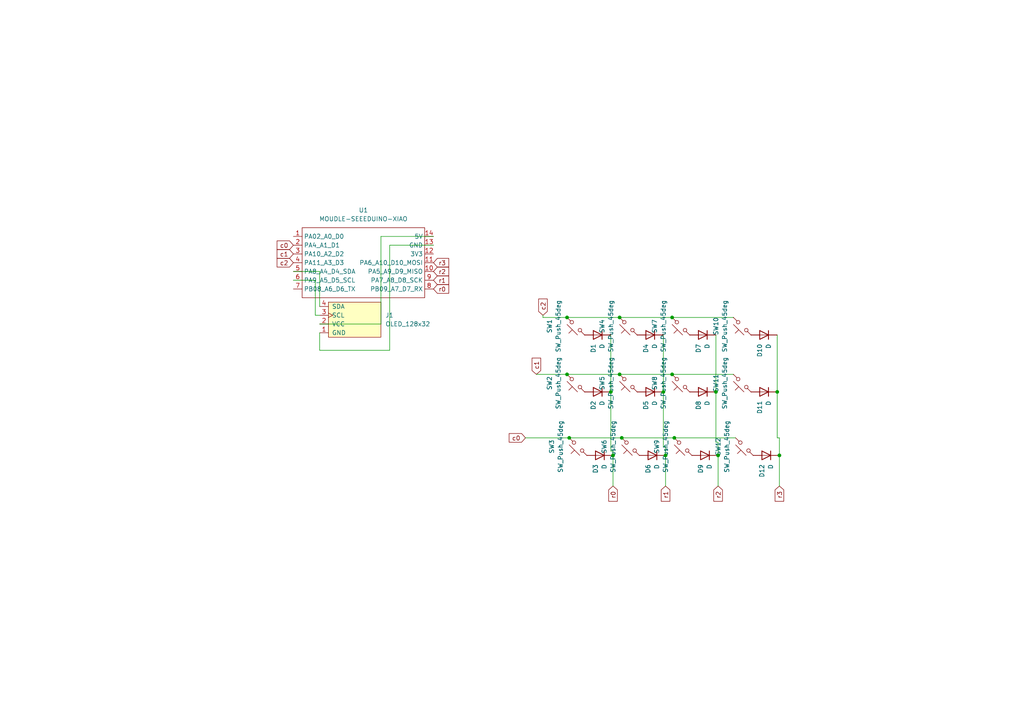
<source format=kicad_sch>
(kicad_sch (version 20231120) (generator "eeschema") (generator_version "8.0")
  (paper "A4")
  (lib_symbols
    (symbol "Device:D" (pin_numbers hide) (pin_names (offset 1.016) hide)
      (property "Reference" "D" (at 0 2.54 0))
      (property "Value" "D" (at 0 -2.54 0))
      (symbol "D_0_1"
        (polyline (pts (xy -1.27 1.27) (xy -1.27 -1.27)) (stroke (width 0.254)))
        (polyline (pts (xy 1.27 0) (xy -1.27 0)))
        (polyline (pts (xy 1.27 1.27) (xy 1.27 -1.27) (xy -1.27 0) (xy 1.27 1.27)) (stroke (width 0.254)))
      )
      (symbol "D_1_1"
        (pin passive line (at -3.81 0 0) (length 2.54) (name "K") (number "1"))
        (pin passive line (at 3.81 0 180) (length 2.54) (name "A") (number "2"))
      )
    )
    (symbol "ScottoKeebs:OLED_128x32" (pin_names (offset 1.016))
      (property "Reference" "J" (at 0 -6.35 0))
      (property "Value" "OLED_128x32" (at 0 6.35 0))
      (symbol "OLED_128x32_0_1"
        (rectangle (start 0 5.08) (end 15.24 -5.08) (fill (type background)))
      )
      (symbol "OLED_128x32_1_1"
        (pin power_in line (at -2.54 -3.81 0) (length 2.54) (name "GND") (number "1"))
        (pin power_in line (at -2.54 -1.27 0) (length 2.54) (name "VCC") (number "2"))
        (pin input clock (at -2.54 1.27 0) (length 2.54) (name "SCL") (number "3"))
        (pin bidirectional line (at -2.54 3.81 0) (length 2.54) (name "SDA") (number "4"))
      )
    )
    (symbol "Switch:SW_Push_45deg" (pin_numbers hide) (pin_names (offset 1.016) hide)
      (property "Reference" "SW" (at 3.048 1.016 0))
      (property "Value" "SW_Push_45deg" (at 0 -3.81 0))
      (symbol "SW_Push_45deg_0_1"
        (circle (center -1.1684 1.1684) (radius 0.508))
        (polyline (pts (xy -0.508 2.54) (xy 2.54 -0.508)))
        (polyline (pts (xy 1.016 1.016) (xy 2.032 2.032)))
        (polyline (pts (xy -2.54 2.54) (xy -1.524 1.524) (xy -1.524 1.524)))
        (polyline (pts (xy 1.524 -1.524) (xy 2.54 -2.54) (xy 2.54 -2.54) (xy 2.54 -2.54)))
        (circle (center 1.143 -1.1938) (radius 0.508))
        (pin passive line (at -2.54 2.54 0) (length 0) (name "1") (number "1"))
        (pin passive line (at 2.54 -2.54 180) (length 0) (name "2") (number "2"))
      )
    )
    (symbol "XIAO_RP2040:MOUDLE-SEEEDUINO-XIAO"
      (property "Reference" "U" (at -16.51 11.43 0))
      (property "Value" "MOUDLE-SEEEDUINO-XIAO" (at -3.81 -11.43 0))
      (symbol "MOUDLE-SEEEDUINO-XIAO_0_1"
        (rectangle (start -16.51 10.16) (end 19.05 -10.16))
      )
      (symbol "MOUDLE-SEEEDUINO-XIAO_1_1"
        (pin passive line (at -19.05 7.62 0) (length 2.54) (name "PA02_A0_D0") (number "1"))
        (pin passive line (at 21.59 -2.54 180) (length 2.54) (name "PA5_A9_D9_MISO") (number "10"))
        (pin passive line (at 21.59 0 180) (length 2.54) (name "PA6_A10_D10_MOSI") (number "11"))
        (pin passive line (at 21.59 2.54 180) (length 2.54) (name "3V3") (number "12"))
        (pin passive line (at 21.59 5.08 180) (length 2.54) (name "GND") (number "13"))
        (pin passive line (at 21.59 7.62 180) (length 2.54) (name "5V") (number "14"))
        (pin passive line (at -19.05 5.08 0) (length 2.54) (name "PA4_A1_D1") (number "2"))
        (pin passive line (at -19.05 2.54 0) (length 2.54) (name "PA10_A2_D2") (number "3"))
        (pin passive line (at -19.05 0 0) (length 2.54) (name "PA11_A3_D3") (number "4"))
        (pin passive line (at -19.05 -2.54 0) (length 2.54) (name "PA8_A4_D4_SDA") (number "5"))
        (pin passive line (at -19.05 -5.08 0) (length 2.54) (name "PA9_A5_D5_SCL") (number "6"))
        (pin passive line (at -19.05 -7.62 0) (length 2.54) (name "PB08_A6_D6_TX") (number "7"))
        (pin passive line (at 21.59 -7.62 180) (length 2.54) (name "PB09_A7_D7_RX") (number "8"))
        (pin passive line (at 21.59 -5.08 180) (length 2.54) (name "PA7_A8_D8_SCK") (number "9"))
      )
    )
  )
  (junction (at 177.165 113.665))
  (junction (at 195.58 127))
  (junction (at 194.945 108.585))
  (junction (at 179.705 108.585))
  (junction (at 207.645 113.665))
  (junction (at 177.8 132.08))
  (junction (at 164.465 108.585))
  (junction (at 192.405 113.665))
  (junction (at 165.1 127))
  (junction (at 164.465 92.075))
  (junction (at 194.945 92.075))
  (junction (at 179.705 92.075))
  (junction (at 226.06 132.08))
  (junction (at 225.425 113.665))
  (junction (at 208.28 132.08))
  (junction (at 193.04 132.08))
  (junction (at 180.34 127))
  (wire (pts (xy 113.03 101.6) (xy 113.03 71.12)))
  (wire (pts (xy 155.575 108.585) (xy 164.465 108.585)))
  (wire (pts (xy 226.06 132.08) (xy 226.06 140.97)))
  (wire (pts (xy 110.49 93.98) (xy 110.49 68.58)))
  (wire (pts (xy 85.09 81.28) (xy 91.44 81.28)))
  (wire (pts (xy 85.09 78.74) (xy 92.71 78.74)))
  (wire (pts (xy 226.06 127) (xy 225.425 127)))
  (wire (pts (xy 177.8 130.81) (xy 177.165 130.81)))
  (wire (pts (xy 208.28 132.08) (xy 208.28 140.97)))
  (wire (pts (xy 177.8 130.81) (xy 177.8 132.08)))
  (wire (pts (xy 192.405 129.54) (xy 192.405 113.665)))
  (wire (pts (xy 157.48 92.075) (xy 164.465 92.075)))
  (wire (pts (xy 113.03 71.12) (xy 125.73 71.12)))
  (wire (pts (xy 180.34 127) (xy 195.58 127)))
  (wire (pts (xy 194.945 92.075) (xy 212.725 92.075)))
  (wire (pts (xy 157.48 91.44) (xy 157.48 92.075)))
  (wire (pts (xy 193.04 129.54) (xy 193.04 132.08)))
  (wire (pts (xy 165.1 127) (xy 180.34 127)))
  (wire (pts (xy 152.4 127) (xy 165.1 127)))
  (wire (pts (xy 207.645 97.155) (xy 207.645 113.665)))
  (wire (pts (xy 193.04 129.54) (xy 192.405 129.54)))
  (wire (pts (xy 92.71 78.74) (xy 92.71 88.9)))
  (wire (pts (xy 177.165 97.155) (xy 177.165 113.665)))
  (wire (pts (xy 92.71 93.98) (xy 110.49 93.98)))
  (wire (pts (xy 208.28 128.27) (xy 207.645 128.27)))
  (wire (pts (xy 226.06 127) (xy 226.06 132.08)))
  (wire (pts (xy 179.705 108.585) (xy 194.945 108.585)))
  (wire (pts (xy 207.645 128.27) (xy 207.645 113.665)))
  (wire (pts (xy 91.44 81.28) (xy 91.44 91.44)))
  (wire (pts (xy 110.49 68.58) (xy 125.73 68.58)))
  (wire (pts (xy 208.28 128.27) (xy 208.28 132.08)))
  (wire (pts (xy 177.8 132.08) (xy 177.8 140.97)))
  (wire (pts (xy 177.165 130.81) (xy 177.165 113.665)))
  (wire (pts (xy 179.705 92.075) (xy 194.945 92.075)))
  (wire (pts (xy 225.425 127) (xy 225.425 113.665)))
  (wire (pts (xy 225.425 97.155) (xy 225.425 113.665)))
  (wire (pts (xy 164.465 108.585) (xy 179.705 108.585)))
  (wire (pts (xy 91.44 91.44) (xy 92.71 91.44)))
  (wire (pts (xy 192.405 97.155) (xy 192.405 113.665)))
  (wire (pts (xy 92.71 101.6) (xy 113.03 101.6)))
  (wire (pts (xy 164.465 92.075) (xy 179.705 92.075)))
  (wire (pts (xy 193.04 132.08) (xy 193.04 140.97)))
  (wire (pts (xy 195.58 127) (xy 213.36 127)))
  (wire (pts (xy 194.945 108.585) (xy 212.725 108.585)))
  (wire (pts (xy 92.71 96.52) (xy 92.71 101.6)))
  (global_label "c2" (shape input) (at 85.09 76.2 180) (property "Intersheetrefs" "${INTERSHEET_REFS}" (effects (hide yes))))
  (global_label "c0" (shape input) (at 85.09 71.12 180) (property "Intersheetrefs" "${INTERSHEET_REFS}" (effects (hide yes))))
  (global_label "r3" (shape input) (at 125.73 76.2 0) (property "Intersheetrefs" "${INTERSHEET_REFS}" (effects (hide yes))))
  (global_label "r1" (shape input) (at 125.73 81.28 0) (property "Intersheetrefs" "${INTERSHEET_REFS}" (effects (hide yes))))
  (global_label "r0" (shape input) (at 125.73 83.82 0) (property "Intersheetrefs" "${INTERSHEET_REFS}" (effects (hide yes))))
  (global_label "c1" (shape input) (at 85.09 73.66 180) (property "Intersheetrefs" "${INTERSHEET_REFS}" (effects (hide yes))))
  (global_label "r0" (shape input) (at 177.8 140.97 270) (property "Intersheetrefs" "${INTERSHEET_REFS}" (effects (hide yes))))
  (global_label "c1" (shape input) (at 155.575 108.585 90) (property "Intersheetrefs" "${INTERSHEET_REFS}" (effects (hide yes))))
  (global_label "r1" (shape input) (at 193.04 140.97 270) (property "Intersheetrefs" "${INTERSHEET_REFS}" (effects (hide yes))))
  (global_label "r2" (shape input) (at 208.28 140.97 270) (property "Intersheetrefs" "${INTERSHEET_REFS}" (effects (hide yes))))
  (global_label "c0" (shape input) (at 152.4 127 180) (property "Intersheetrefs" "${INTERSHEET_REFS}" (effects (hide yes))))
  (global_label "r2" (shape input) (at 125.73 78.74 0) (property "Intersheetrefs" "${INTERSHEET_REFS}" (effects (hide yes))))
  (global_label "r3" (shape input) (at 226.06 140.97 270) (property "Intersheetrefs" "${INTERSHEET_REFS}" (effects (hide yes))))
  (global_label "c2" (shape input) (at 157.48 91.44 90) (property "Intersheetrefs" "${INTERSHEET_REFS}" (effects (hide yes))))
  (symbol (lib_id "Device:D") (at 221.615 97.155 0) (mirror y) (unit 1)
    (property "Reference" "D10" (at 220.3449 99.695 90) (effects (justify right)))
    (property "Value" "D" (at 222.8849 99.695 90) (effects (justify right)))
    (property "Footprint" "footprintsS:Diode_DO-35" (effects (hide yes)))
    (property "Description" "Diode" (effects (hide yes)))
    (property "Sim.Device" "D" (effects (hide yes)))
    (property "Sim.Pins" "1=K 2=A" (effects (hide yes)))
  )
  (symbol (lib_id "Device:D") (at 204.47 132.08 0) (mirror y) (unit 1)
    (property "Reference" "D9" (at 203.1999 134.62 90) (effects (justify right)))
    (property "Value" "D" (at 205.7399 134.62 90) (effects (justify right)))
    (property "Footprint" "footprintsS:Diode_DO-35" (effects (hide yes)))
    (property "Description" "Diode" (effects (hide yes)))
    (property "Sim.Device" "D" (effects (hide yes)))
    (property "Sim.Pins" "1=K 2=A" (effects (hide yes)))
  )
  (symbol (lib_id "Switch:SW_Push_45deg") (at 198.12 129.54 90) (mirror x) (unit 1)
    (property "Reference" "SW9" (at 190.5 129.54 0))
    (property "Value" "SW_Push_45deg" (at 193.04 129.54 0))
    (property "Footprint" "Button_Switch_Keyboard:SW_Cherry_MX_1.00u_PCB" (effects (hide yes)))
    (property "Description" "Push button switch, normally open, two pins, 45° tilted" (effects (hide yes)))
  )
  (symbol (lib_id "Device:D") (at 173.355 113.665 0) (mirror y) (unit 1)
    (property "Reference" "D2" (at 172.0849 116.205 90) (effects (justify right)))
    (property "Value" "D" (at 174.6249 116.205 90) (effects (justify right)))
    (property "Footprint" "footprintsS:Diode_DO-35" (effects (hide yes)))
    (property "Description" "Diode" (effects (hide yes)))
    (property "Sim.Device" "D" (effects (hide yes)))
    (property "Sim.Pins" "1=K 2=A" (effects (hide yes)))
  )
  (symbol (lib_id "Switch:SW_Push_45deg") (at 197.485 111.125 90) (mirror x) (unit 1)
    (property "Reference" "SW8" (at 189.865 111.125 0))
    (property "Value" "SW_Push_45deg" (at 192.405 111.125 0))
    (property "Footprint" "Button_Switch_Keyboard:SW_Cherry_MX_1.00u_PCB" (effects (hide yes)))
    (property "Description" "Push button switch, normally open, two pins, 45° tilted" (effects (hide yes)))
  )
  (symbol (lib_id "Switch:SW_Push_45deg") (at 182.88 129.54 90) (mirror x) (unit 1)
    (property "Reference" "SW6" (at 175.26 129.54 0))
    (property "Value" "SW_Push_45deg" (at 177.8 129.54 0))
    (property "Footprint" "Button_Switch_Keyboard:SW_Cherry_MX_1.00u_PCB" (effects (hide yes)))
    (property "Description" "Push button switch, normally open, two pins, 45° tilted" (effects (hide yes)))
  )
  (symbol (lib_id "Device:D") (at 222.25 132.08 0) (mirror y) (unit 1)
    (property "Reference" "D12" (at 220.9799 134.62 90) (effects (justify right)))
    (property "Value" "D" (at 223.5199 134.62 90) (effects (justify right)))
    (property "Footprint" "footprintsS:Diode_DO-35" (effects (hide yes)))
    (property "Description" "Diode" (effects (hide yes)))
    (property "Sim.Device" "D" (effects (hide yes)))
    (property "Sim.Pins" "1=K 2=A" (effects (hide yes)))
  )
  (symbol (lib_id "Switch:SW_Push_45deg") (at 167.64 129.54 90) (mirror x) (unit 1)
    (property "Reference" "SW3" (at 160.02 129.54 0))
    (property "Value" "SW_Push_45deg" (at 162.56 129.54 0))
    (property "Footprint" "Button_Switch_Keyboard:SW_Cherry_MX_1.00u_PCB" (effects (hide yes)))
    (property "Description" "Push button switch, normally open, two pins, 45° tilted" (effects (hide yes)))
  )
  (symbol (lib_id "Device:D") (at 189.23 132.08 0) (mirror y) (unit 1)
    (property "Reference" "D6" (at 187.9599 134.62 90) (effects (justify right)))
    (property "Value" "D" (at 190.4999 134.62 90) (effects (justify right)))
    (property "Footprint" "footprintsS:Diode_DO-35" (effects (hide yes)))
    (property "Description" "Diode" (effects (hide yes)))
    (property "Sim.Device" "D" (effects (hide yes)))
    (property "Sim.Pins" "1=K 2=A" (effects (hide yes)))
  )
  (symbol (lib_id "Switch:SW_Push_45deg") (at 167.005 111.125 90) (mirror x) (unit 1)
    (property "Reference" "SW2" (at 159.385 111.125 0))
    (property "Value" "SW_Push_45deg" (at 161.925 111.125 0))
    (property "Footprint" "Button_Switch_Keyboard:SW_Cherry_MX_1.00u_PCB" (effects (hide yes)))
    (property "Description" "Push button switch, normally open, two pins, 45° tilted" (effects (hide yes)))
  )
  (symbol (lib_id "Switch:SW_Push_45deg") (at 215.265 111.125 90) (mirror x) (unit 1)
    (property "Reference" "SW11" (at 207.645 111.125 0))
    (property "Value" "SW_Push_45deg" (at 210.185 111.125 0))
    (property "Footprint" "Button_Switch_Keyboard:SW_Cherry_MX_1.00u_PCB" (effects (hide yes)))
    (property "Description" "Push button switch, normally open, two pins, 45° tilted" (effects (hide yes)))
  )
  (symbol (lib_id "XIAO_RP2040:MOUDLE-SEEEDUINO-XIAO") (at 104.14 76.2 0) (unit 1)
    (property "Reference" "U1" (at 105.41 60.96 0))
    (property "Value" "MOUDLE-SEEEDUINO-XIAO" (at 105.41 63.5 0))
    (property "Footprint" "footprints:XIAO-Generic-Hybrid-14P-2.54-21X17.8MM" (effects (hide yes)))
  )
  (symbol (lib_id "Device:D") (at 203.835 113.665 0) (mirror y) (unit 1)
    (property "Reference" "D8" (at 202.5649 116.205 90) (effects (justify right)))
    (property "Value" "D" (at 205.1049 116.205 90) (effects (justify right)))
    (property "Footprint" "footprintsS:Diode_DO-35" (effects (hide yes)))
    (property "Description" "Diode" (effects (hide yes)))
    (property "Sim.Device" "D" (effects (hide yes)))
    (property "Sim.Pins" "1=K 2=A" (effects (hide yes)))
  )
  (symbol (lib_id "Switch:SW_Push_45deg") (at 182.245 111.125 90) (mirror x) (unit 1)
    (property "Reference" "SW5" (at 174.625 111.125 0))
    (property "Value" "SW_Push_45deg" (at 177.165 111.125 0))
    (property "Footprint" "Button_Switch_Keyboard:SW_Cherry_MX_1.00u_PCB" (effects (hide yes)))
    (property "Description" "Push button switch, normally open, two pins, 45° tilted" (effects (hide yes)))
  )
  (symbol (lib_id "Switch:SW_Push_45deg") (at 197.485 94.615 90) (mirror x) (unit 1)
    (property "Reference" "SW7" (at 189.865 94.615 0))
    (property "Value" "SW_Push_45deg" (at 192.405 94.615 0))
    (property "Footprint" "Button_Switch_Keyboard:SW_Cherry_MX_1.00u_PCB" (effects (hide yes)))
    (property "Description" "Push button switch, normally open, two pins, 45° tilted" (effects (hide yes)))
  )
  (symbol (lib_id "Device:D") (at 173.355 97.155 0) (mirror y) (unit 1)
    (property "Reference" "D1" (at 172.0849 99.695 90) (effects (justify right)))
    (property "Value" "D" (at 174.6249 99.695 90) (effects (justify right)))
    (property "Footprint" "footprintsS:Diode_DO-35" (effects (hide yes)))
    (property "Description" "Diode" (effects (hide yes)))
    (property "Sim.Device" "D" (effects (hide yes)))
    (property "Sim.Pins" "1=K 2=A" (effects (hide yes)))
  )
  (symbol (lib_id "Device:D") (at 203.835 97.155 0) (mirror y) (unit 1)
    (property "Reference" "D7" (at 202.5649 99.695 90) (effects (justify right)))
    (property "Value" "D" (at 205.1049 99.695 90) (effects (justify right)))
    (property "Footprint" "footprintsS:Diode_DO-35" (effects (hide yes)))
    (property "Description" "Diode" (effects (hide yes)))
    (property "Sim.Device" "D" (effects (hide yes)))
    (property "Sim.Pins" "1=K 2=A" (effects (hide yes)))
  )
  (symbol (lib_id "Device:D") (at 188.595 113.665 0) (mirror y) (unit 1)
    (property "Reference" "D5" (at 187.3249 116.205 90) (effects (justify right)))
    (property "Value" "D" (at 189.8649 116.205 90) (effects (justify right)))
    (property "Footprint" "footprintsS:Diode_DO-35" (effects (hide yes)))
    (property "Description" "Diode" (effects (hide yes)))
    (property "Sim.Device" "D" (effects (hide yes)))
    (property "Sim.Pins" "1=K 2=A" (effects (hide yes)))
  )
  (symbol (lib_id "Switch:SW_Push_45deg") (at 167.005 94.615 90) (mirror x) (unit 1)
    (property "Reference" "SW1" (at 159.385 94.615 0))
    (property "Value" "SW_Push_45deg" (at 161.925 94.615 0))
    (property "Footprint" "Button_Switch_Keyboard:SW_Cherry_MX_1.00u_PCB" (effects (hide yes)))
    (property "Description" "Push button switch, normally open, two pins, 45° tilted" (effects (hide yes)))
  )
  (symbol (lib_id "Switch:SW_Push_45deg") (at 215.9 129.54 90) (mirror x) (unit 1)
    (property "Reference" "SW12" (at 208.28 129.54 0))
    (property "Value" "SW_Push_45deg" (at 210.82 129.54 0))
    (property "Footprint" "Button_Switch_Keyboard:SW_Cherry_MX_1.00u_PCB" (effects (hide yes)))
    (property "Description" "Push button switch, normally open, two pins, 45° tilted" (effects (hide yes)))
  )
  (symbol (lib_id "Switch:SW_Push_45deg") (at 215.265 94.615 90) (mirror x) (unit 1)
    (property "Reference" "SW10" (at 207.645 94.615 0))
    (property "Value" "SW_Push_45deg" (at 210.185 94.615 0))
    (property "Footprint" "Button_Switch_Keyboard:SW_Cherry_MX_1.00u_PCB" (effects (hide yes)))
    (property "Description" "Push button switch, normally open, two pins, 45° tilted" (effects (hide yes)))
  )
  (symbol (lib_id "Device:D") (at 188.595 97.155 0) (mirror y) (unit 1)
    (property "Reference" "D4" (at 187.3249 99.695 90) (effects (justify right)))
    (property "Value" "D" (at 189.8649 99.695 90) (effects (justify right)))
    (property "Footprint" "footprintsS:Diode_DO-35" (effects (hide yes)))
    (property "Description" "Diode" (effects (hide yes)))
    (property "Sim.Device" "D" (effects (hide yes)))
    (property "Sim.Pins" "1=K 2=A" (effects (hide yes)))
  )
  (symbol (lib_id "ScottoKeebs:OLED_128x32") (at 95.25 92.71 0) (unit 1)
    (property "Reference" "J1" (at 111.76 91.4399 0) (effects (justify left)))
    (property "Value" "OLED_128x32" (at 111.76 93.9799 0) (effects (justify left)))
    (property "Footprint" "footprintsS:OLED_128x32" (effects (hide yes)))
  )
  (symbol (lib_id "Device:D") (at 221.615 113.665 0) (mirror y) (unit 1)
    (property "Reference" "D11" (at 220.3449 116.205 90) (effects (justify right)))
    (property "Value" "D" (at 222.8849 116.205 90) (effects (justify right)))
    (property "Footprint" "footprintsS:Diode_DO-35" (effects (hide yes)))
    (property "Description" "Diode" (effects (hide yes)))
    (property "Sim.Device" "D" (effects (hide yes)))
    (property "Sim.Pins" "1=K 2=A" (effects (hide yes)))
  )
  (symbol (lib_id "Switch:SW_Push_45deg") (at 182.245 94.615 90) (mirror x) (unit 1)
    (property "Reference" "SW4" (at 174.625 94.615 0))
    (property "Value" "SW_Push_45deg" (at 177.165 94.615 0))
    (property "Footprint" "Button_Switch_Keyboard:SW_Cherry_MX_1.00u_PCB" (effects (hide yes)))
    (property "Description" "Push button switch, normally open, two pins, 45° tilted" (effects (hide yes)))
  )
  (symbol (lib_id "Device:D") (at 173.99 132.08 0) (mirror y) (unit 1)
    (property "Reference" "D3" (at 172.7199 134.62 90) (effects (justify right)))
    (property "Value" "D" (at 175.2599 134.62 90) (effects (justify right)))
    (property "Footprint" "footprintsS:Diode_DO-35" (effects (hide yes)))
    (property "Description" "Diode" (effects (hide yes)))
    (property "Sim.Device" "D" (effects (hide yes)))
    (property "Sim.Pins" "1=K 2=A" (effects (hide yes)))
  )
)
</source>
